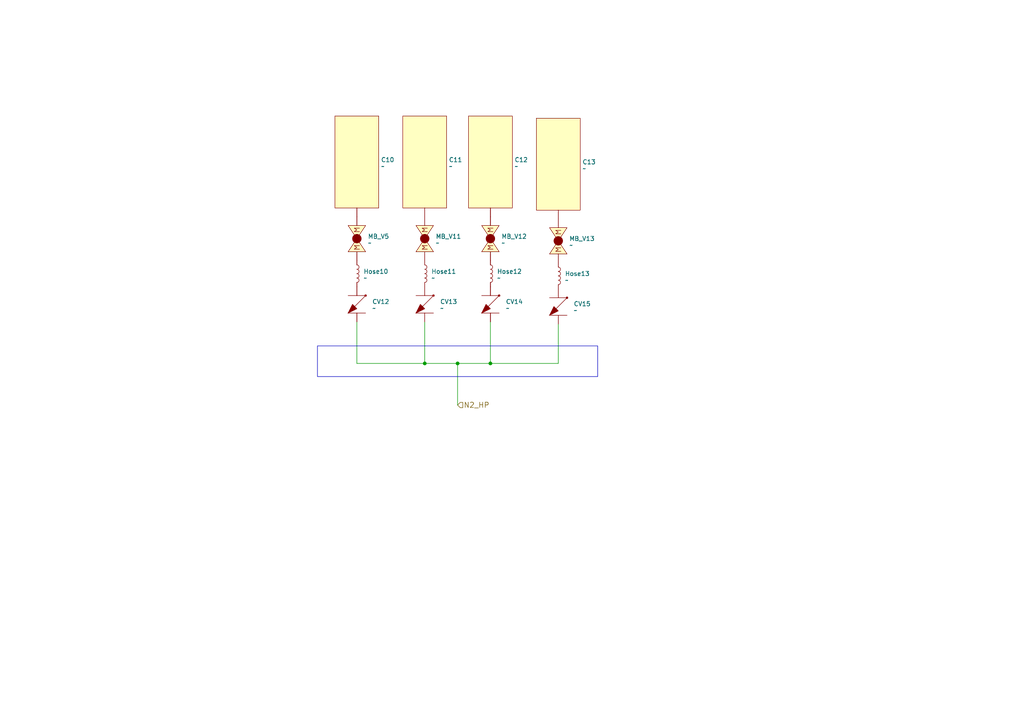
<source format=kicad_sch>
(kicad_sch (version 20250114) (generator "eeschema") (generator_version "9.0")
  (paper "A4")
  (lib_symbols
    (symbol "Check_Valve_1"
      (property "Reference" "CV" (at 2.54 -4.064 0))
      (symbol "Check_Valve_1_0_1"
        (polyline (pts (xy 0 2.54) (xy 5.08 -2.54)))
        (polyline (pts (xy 0 0) (xy 0 2.54)))
        (polyline (pts (xy 0 0) (xy 0 -2.54)))
        (polyline (pts (xy 5.08 -2.54) (xy 5.08 2.54)))
      )
      (symbol "Check_Valve_1_1_1"
        (circle (center 0 2.54) (radius 0.254) (fill (type outline)))
        (polyline (pts (xy 5.08 -2.54) (xy 2.54 -1.27) (xy 3.81 0) (xy 5.08 -2.54)) (fill (type outline)))
        (pin bidirectional line (at -2.54 0 0) (length 2.54) (name "") (number ""))
        (pin bidirectional line (at 7.62 0 180) (length 2.54) (name "") (number ""))
      )
    )
    (symbol "Check_Valve_2"
      (property "Reference" "CV" (at 2.54 -4.064 0))
      (symbol "Check_Valve_2_0_1"
        (polyline (pts (xy 0 2.54) (xy 5.08 -2.54)))
        (polyline (pts (xy 0 0) (xy 0 2.54)))
        (polyline (pts (xy 0 0) (xy 0 -2.54)))
        (polyline (pts (xy 5.08 -2.54) (xy 5.08 2.54)))
      )
      (symbol "Check_Valve_2_1_1"
        (circle (center 0 2.54) (radius 0.254) (fill (type outline)))
        (polyline (pts (xy 5.08 -2.54) (xy 2.54 -1.27) (xy 3.81 0) (xy 5.08 -2.54)) (fill (type outline)))
        (pin bidirectional line (at -2.54 0 0) (length 2.54) (name "") (number ""))
        (pin bidirectional line (at 7.62 0 180) (length 2.54) (name "") (number ""))
      )
    )
    (symbol "Check_Valve_3"
      (property "Reference" "CV" (at 2.54 -4.064 0))
      (symbol "Check_Valve_3_0_1"
        (polyline (pts (xy 0 2.54) (xy 5.08 -2.54)))
        (polyline (pts (xy 0 0) (xy 0 2.54)))
        (polyline (pts (xy 0 0) (xy 0 -2.54)))
        (polyline (pts (xy 5.08 -2.54) (xy 5.08 2.54)))
      )
      (symbol "Check_Valve_3_1_1"
        (circle (center 0 2.54) (radius 0.254) (fill (type outline)))
        (polyline (pts (xy 5.08 -2.54) (xy 2.54 -1.27) (xy 3.81 0) (xy 5.08 -2.54)) (fill (type outline)))
        (pin bidirectional line (at -2.54 0 0) (length 2.54) (name "") (number ""))
        (pin bidirectional line (at 7.62 0 180) (length 2.54) (name "") (number ""))
      )
    )
    (symbol "Hose_1"
      (property "Reference" "Hose" (at 0 0 0))
      (symbol "Hose_1_0_1"
        (arc (start 0 6.35) (mid 0.6323 5.715) (end 0 5.08))
        (arc (start 0 5.08) (mid 0.6323 4.445) (end 0 3.81))
        (arc (start 0 3.81) (mid 0.6323 3.175) (end 0 2.54))
        (arc (start 0 2.54) (mid 0.6323 1.905) (end 0 1.27))
      )
      (symbol "Hose_1_1_1"
        (pin passive line (at 0 7.62 270) (length 1.27) (name "") (number ""))
        (pin passive line (at 0 0 90) (length 1.27) (name "") (number ""))
      )
    )
    (symbol "Hose_2"
      (property "Reference" "Hose" (at 0 0 0))
      (symbol "Hose_2_0_1"
        (arc (start 0 6.35) (mid 0.6323 5.715) (end 0 5.08))
        (arc (start 0 5.08) (mid 0.6323 4.445) (end 0 3.81))
        (arc (start 0 3.81) (mid 0.6323 3.175) (end 0 2.54))
        (arc (start 0 2.54) (mid 0.6323 1.905) (end 0 1.27))
      )
      (symbol "Hose_2_1_1"
        (pin passive line (at 0 7.62 270) (length 1.27) (name "") (number ""))
        (pin passive line (at 0 0 90) (length 1.27) (name "") (number ""))
      )
    )
    (symbol "Hose_3"
      (property "Reference" "Hose" (at 0 0 0))
      (symbol "Hose_3_0_1"
        (arc (start 0 6.35) (mid 0.6323 5.715) (end 0 5.08))
        (arc (start 0 5.08) (mid 0.6323 4.445) (end 0 3.81))
        (arc (start 0 3.81) (mid 0.6323 3.175) (end 0 2.54))
        (arc (start 0 2.54) (mid 0.6323 1.905) (end 0 1.27))
      )
      (symbol "Hose_3_1_1"
        (pin passive line (at 0 7.62 270) (length 1.27) (name "") (number ""))
        (pin passive line (at 0 0 90) (length 1.27) (name "") (number ""))
      )
    )
    (symbol "MBallValve_1"
      (property "Reference" "MB_V" (at 0 -3.81 0))
      (symbol "MBallValve_1_0_1"
        (polyline (pts (xy -3.048 -0.762) (xy -3.048 0.762) (xy -2.54 0) (xy -2.032 0.762) (xy -2.032 -0.762)))
        (polyline (pts (xy 2.032 -0.762) (xy 2.032 0.762) (xy 2.54 0) (xy 3.048 0.762) (xy 3.048 -0.762)))
      )
      (symbol "MBallValve_1_1_1"
        (polyline (pts (xy 0 0) (xy -3.81 -2.54) (xy -3.81 2.54) (xy 0 0)) (fill (type background)))
        (polyline (pts (xy 0 0) (xy 3.81 2.54) (xy 3.81 -2.54) (xy 0 0)) (fill (type background)))
        (circle (center 0 0) (radius 1.27) (fill (type outline)))
        (pin passive line (at -6.35 0 0) (length 2.54) (name "") (number ""))
        (pin passive line (at 6.35 0 180) (length 2.54) (name "") (number ""))
      )
    )
    (symbol "MBallValve_2"
      (property "Reference" "MB_V" (at 0 -3.81 0))
      (symbol "MBallValve_2_0_1"
        (polyline (pts (xy -3.048 -0.762) (xy -3.048 0.762) (xy -2.54 0) (xy -2.032 0.762) (xy -2.032 -0.762)))
        (polyline (pts (xy 2.032 -0.762) (xy 2.032 0.762) (xy 2.54 0) (xy 3.048 0.762) (xy 3.048 -0.762)))
      )
      (symbol "MBallValve_2_1_1"
        (polyline (pts (xy 0 0) (xy -3.81 -2.54) (xy -3.81 2.54) (xy 0 0)) (fill (type background)))
        (polyline (pts (xy 0 0) (xy 3.81 2.54) (xy 3.81 -2.54) (xy 0 0)) (fill (type background)))
        (circle (center 0 0) (radius 1.27) (fill (type outline)))
        (pin passive line (at -6.35 0 0) (length 2.54) (name "") (number ""))
        (pin passive line (at 6.35 0 180) (length 2.54) (name "") (number ""))
      )
    )
    (symbol "MBallValve_3"
      (property "Reference" "MB_V" (at 0 -3.81 0))
      (symbol "MBallValve_3_0_1"
        (polyline (pts (xy -3.048 -0.762) (xy -3.048 0.762) (xy -2.54 0) (xy -2.032 0.762) (xy -2.032 -0.762)))
        (polyline (pts (xy 2.032 -0.762) (xy 2.032 0.762) (xy 2.54 0) (xy 3.048 0.762) (xy 3.048 -0.762)))
      )
      (symbol "MBallValve_3_1_1"
        (polyline (pts (xy 0 0) (xy -3.81 -2.54) (xy -3.81 2.54) (xy 0 0)) (fill (type background)))
        (polyline (pts (xy 0 0) (xy 3.81 2.54) (xy 3.81 -2.54) (xy 0 0)) (fill (type background)))
        (circle (center 0 0) (radius 1.27) (fill (type outline)))
        (pin passive line (at -6.35 0 0) (length 2.54) (name "") (number ""))
        (pin passive line (at 6.35 0 180) (length 2.54) (name "") (number ""))
      )
    )
    (symbol "PID_symbols:Check_Valve"
      (property "Reference" "CV" (at 2.54 -4.064 0))
      (symbol "Check_Valve_0_1"
        (polyline (pts (xy 0 2.54) (xy 5.08 -2.54)))
        (polyline (pts (xy 0 0) (xy 0 2.54)))
        (polyline (pts (xy 0 0) (xy 0 -2.54)))
        (polyline (pts (xy 5.08 -2.54) (xy 5.08 2.54)))
      )
      (symbol "Check_Valve_1_1"
        (circle (center 0 2.54) (radius 0.254) (fill (type outline)))
        (polyline (pts (xy 5.08 -2.54) (xy 2.54 -1.27) (xy 3.81 0) (xy 5.08 -2.54)) (fill (type outline)))
        (pin bidirectional line (at -2.54 0 0) (length 2.54) (name "") (number ""))
        (pin bidirectional line (at 7.62 0 180) (length 2.54) (name "") (number ""))
      )
    )
    (symbol "PID_symbols:Cylinder"
      (property "Reference" "C" (at 0 0 0))
      (symbol "Cylinder_1_1"
        (rectangle (start -6.35 12.7) (end 6.35 -13.97) (fill (type background)))
        (pin passive line (at 0 -16.51 90) (length 2.54) (name "") (number ""))
      )
    )
    (symbol "PID_symbols:Hose"
      (property "Reference" "Hose" (at 0 0 0))
      (symbol "Hose_0_1"
        (arc (start 0 6.35) (mid 0.6323 5.715) (end 0 5.08))
        (arc (start 0 5.08) (mid 0.6323 4.445) (end 0 3.81))
        (arc (start 0 3.81) (mid 0.6323 3.175) (end 0 2.54))
        (arc (start 0 2.54) (mid 0.6323 1.905) (end 0 1.27))
      )
      (symbol "Hose_1_1"
        (pin passive line (at 0 7.62 270) (length 1.27) (name "") (number ""))
        (pin passive line (at 0 0 90) (length 1.27) (name "") (number ""))
      )
    )
    (symbol "PID_symbols:MBallValve"
      (property "Reference" "MB_V" (at 0 -3.81 0))
      (symbol "MBallValve_0_1"
        (polyline (pts (xy -3.048 -0.762) (xy -3.048 0.762) (xy -2.54 0) (xy -2.032 0.762) (xy -2.032 -0.762)))
        (polyline (pts (xy 2.032 -0.762) (xy 2.032 0.762) (xy 2.54 0) (xy 3.048 0.762) (xy 3.048 -0.762)))
      )
      (symbol "MBallValve_1_1"
        (polyline (pts (xy 0 0) (xy -3.81 -2.54) (xy -3.81 2.54) (xy 0 0)) (fill (type background)))
        (polyline (pts (xy 0 0) (xy 3.81 2.54) (xy 3.81 -2.54) (xy 0 0)) (fill (type background)))
        (circle (center 0 0) (radius 1.27) (fill (type outline)))
        (pin passive line (at -6.35 0 0) (length 2.54) (name "") (number ""))
        (pin passive line (at 6.35 0 180) (length 2.54) (name "") (number ""))
      )
    )
  )
  (rectangle (start 92.075 100.33) (end 173.355 109.22))
  (junction (at 132.715 105.41))
  (junction (at 123.19 105.41))
  (junction (at 142.24 105.41))
  (wire (pts (xy 132.715 105.41) (xy 142.24 105.41)))
  (wire (pts (xy 142.24 93.345) (xy 142.24 105.41)))
  (wire (pts (xy 103.505 93.345) (xy 103.505 105.41)))
  (wire (pts (xy 161.925 93.98) (xy 161.925 105.41)))
  (wire (pts (xy 123.19 105.41) (xy 132.715 105.41)))
  (wire (pts (xy 132.715 105.41) (xy 132.715 117.475)))
  (wire (pts (xy 123.19 93.345) (xy 123.19 105.41)))
  (wire (pts (xy 142.24 105.41) (xy 161.925 105.41)))
  (wire (pts (xy 103.505 105.41) (xy 123.19 105.41)))
  (hierarchical_label "N2_HP" (shape input) (at 132.715 117.475 0) (effects (font (size 1.524 1.524))))
  (symbol (lib_name "Check_Valve_2") (lib_id "PID_symbols:Check_Valve") (at 142.24 85.725 270) (unit 1)
    (property "Reference" "CV14" (at 146.685 87.5029 90) (effects (justify left)))
    (property "Value" "~" (at 146.685 89.408 90) (effects (justify left)))
  )
  (symbol (lib_id "PID_symbols:MBallValve") (at 103.505 69.215 90) (unit 1)
    (property "Reference" "MB_V5" (at 106.68 68.5799 90) (effects (justify right)))
    (property "Value" "~" (at 106.68 70.485 90) (effects (justify right)))
  )
  (symbol (lib_name "Hose_1") (lib_id "PID_symbols:Hose") (at 123.19 83.185 0) (unit 1)
    (property "Reference" "Hose11" (at 125.095 78.7399 0) (effects (justify left)))
    (property "Value" "~" (at 125.095 80.645 0) (effects (justify left)))
  )
  (symbol (lib_id "PID_symbols:Check_Valve") (at 103.505 85.725 270) (unit 1)
    (property "Reference" "CV12" (at 107.95 87.5029 90) (effects (justify left)))
    (property "Value" "~" (at 107.95 89.408 90) (effects (justify left)))
  )
  (symbol (lib_name "MBallValve_1") (lib_id "PID_symbols:MBallValve") (at 123.19 69.215 90) (unit 1)
    (property "Reference" "MB_V11" (at 126.365 68.5799 90) (effects (justify right)))
    (property "Value" "~" (at 126.365 70.485 90) (effects (justify right)))
  )
  (symbol (lib_id "PID_symbols:Cylinder") (at 142.24 46.355 0) (unit 1)
    (property "Reference" "C12" (at 149.225 46.3549 0) (effects (justify left)))
    (property "Value" "~" (at 149.225 48.26 0) (effects (justify left)))
  )
  (symbol (lib_id "PID_symbols:Cylinder") (at 123.19 46.355 0) (unit 1)
    (property "Reference" "C11" (at 130.175 46.3549 0) (effects (justify left)))
    (property "Value" "~" (at 130.175 48.26 0) (effects (justify left)))
  )
  (symbol (lib_name "Hose_2") (lib_id "PID_symbols:Hose") (at 142.24 83.185 0) (unit 1)
    (property "Reference" "Hose12" (at 144.145 78.7399 0) (effects (justify left)))
    (property "Value" "~" (at 144.145 80.645 0) (effects (justify left)))
  )
  (symbol (lib_name "Hose_3") (lib_id "PID_symbols:Hose") (at 161.925 83.82 0) (unit 1)
    (property "Reference" "Hose13" (at 163.83 79.3749 0) (effects (justify left)))
    (property "Value" "~" (at 163.83 81.28 0) (effects (justify left)))
  )
  (symbol (lib_name "Check_Valve_3") (lib_id "PID_symbols:Check_Valve") (at 161.925 86.36 270) (unit 1)
    (property "Reference" "CV15" (at 166.37 88.1379 90) (effects (justify left)))
    (property "Value" "~" (at 166.37 90.043 90) (effects (justify left)))
  )
  (symbol (lib_name "MBallValve_3") (lib_id "PID_symbols:MBallValve") (at 161.925 69.85 90) (unit 1)
    (property "Reference" "MB_V13" (at 165.1 69.2149 90) (effects (justify right)))
    (property "Value" "~" (at 165.1 71.12 90) (effects (justify right)))
  )
  (symbol (lib_id "PID_symbols:Cylinder") (at 161.925 46.99 0) (unit 1)
    (property "Reference" "C13" (at 168.91 46.9899 0) (effects (justify left)))
    (property "Value" "~" (at 168.91 48.895 0) (effects (justify left)))
  )
  (symbol (lib_id "PID_symbols:Cylinder") (at 103.505 46.355 0) (unit 1)
    (property "Reference" "C10" (at 110.49 46.3549 0) (effects (justify left)))
    (property "Value" "~" (at 110.49 48.26 0) (effects (justify left)))
  )
  (symbol (lib_name "Check_Valve_1") (lib_id "PID_symbols:Check_Valve") (at 123.19 85.725 270) (unit 1)
    (property "Reference" "CV13" (at 127.635 87.5029 90) (effects (justify left)))
    (property "Value" "~" (at 127.635 89.408 90) (effects (justify left)))
  )
  (symbol (lib_id "PID_symbols:Hose") (at 103.505 83.185 0) (unit 1)
    (property "Reference" "Hose10" (at 105.41 78.7399 0) (effects (justify left)))
    (property "Value" "~" (at 105.41 80.645 0) (effects (justify left)))
  )
  (symbol (lib_name "MBallValve_2") (lib_id "PID_symbols:MBallValve") (at 142.24 69.215 90) (unit 1)
    (property "Reference" "MB_V12" (at 145.415 68.5799 90) (effects (justify right)))
    (property "Value" "~" (at 145.415 70.485 90) (effects (justify right)))
  )
)
</source>
